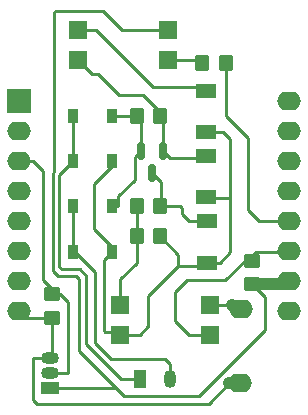
<source format=gbr>
%TF.GenerationSoftware,KiCad,Pcbnew,(6.0.4)*%
%TF.CreationDate,2022-03-20T22:01:37+01:00*%
%TF.ProjectId,opentherm,6f70656e-7468-4657-926d-2e6b69636164,rev?*%
%TF.SameCoordinates,Original*%
%TF.FileFunction,Copper,L1,Top*%
%TF.FilePolarity,Positive*%
%FSLAX46Y46*%
G04 Gerber Fmt 4.6, Leading zero omitted, Abs format (unit mm)*
G04 Created by KiCad (PCBNEW (6.0.4)) date 2022-03-20 22:01:37*
%MOMM*%
%LPD*%
G01*
G04 APERTURE LIST*
G04 Aperture macros list*
%AMRoundRect*
0 Rectangle with rounded corners*
0 $1 Rounding radius*
0 $2 $3 $4 $5 $6 $7 $8 $9 X,Y pos of 4 corners*
0 Add a 4 corners polygon primitive as box body*
4,1,4,$2,$3,$4,$5,$6,$7,$8,$9,$2,$3,0*
0 Add four circle primitives for the rounded corners*
1,1,$1+$1,$2,$3*
1,1,$1+$1,$4,$5*
1,1,$1+$1,$6,$7*
1,1,$1+$1,$8,$9*
0 Add four rect primitives between the rounded corners*
20,1,$1+$1,$2,$3,$4,$5,0*
20,1,$1+$1,$4,$5,$6,$7,0*
20,1,$1+$1,$6,$7,$8,$9,0*
20,1,$1+$1,$8,$9,$2,$3,0*%
G04 Aperture macros list end*
%TA.AperFunction,ComponentPad*%
%ADD10O,2.000000X1.600000*%
%TD*%
%TA.AperFunction,ComponentPad*%
%ADD11R,2.000000X2.000000*%
%TD*%
%TA.AperFunction,SMDPad,CuDef*%
%ADD12R,1.600000X1.600000*%
%TD*%
%TA.AperFunction,ComponentPad*%
%ADD13R,1.500000X1.050000*%
%TD*%
%TA.AperFunction,ComponentPad*%
%ADD14O,1.500000X1.050000*%
%TD*%
%TA.AperFunction,SMDPad,CuDef*%
%ADD15RoundRect,0.250000X-0.450000X0.350000X-0.450000X-0.350000X0.450000X-0.350000X0.450000X0.350000X0*%
%TD*%
%TA.AperFunction,SMDPad,CuDef*%
%ADD16RoundRect,0.250000X-0.350000X-0.450000X0.350000X-0.450000X0.350000X0.450000X-0.350000X0.450000X0*%
%TD*%
%TA.AperFunction,SMDPad,CuDef*%
%ADD17RoundRect,0.250000X0.450000X-0.350000X0.450000X0.350000X-0.450000X0.350000X-0.450000X-0.350000X0*%
%TD*%
%TA.AperFunction,SMDPad,CuDef*%
%ADD18RoundRect,0.250000X0.350000X0.450000X-0.350000X0.450000X-0.350000X-0.450000X0.350000X-0.450000X0*%
%TD*%
%TA.AperFunction,ComponentPad*%
%ADD19R,1.050000X1.500000*%
%TD*%
%TA.AperFunction,ComponentPad*%
%ADD20O,1.050000X1.500000*%
%TD*%
%TA.AperFunction,SMDPad,CuDef*%
%ADD21RoundRect,0.150000X-0.150000X0.587500X-0.150000X-0.587500X0.150000X-0.587500X0.150000X0.587500X0*%
%TD*%
%TA.AperFunction,SMDPad,CuDef*%
%ADD22R,0.900000X1.200000*%
%TD*%
%TA.AperFunction,SMDPad,CuDef*%
%ADD23R,1.700000X1.300000*%
%TD*%
%TA.AperFunction,Conductor*%
%ADD24C,0.250000*%
%TD*%
%TA.AperFunction,Conductor*%
%ADD25C,1.000000*%
%TD*%
G04 APERTURE END LIST*
D10*
%TO.P,,001,D4*%
%TO.N,VCC*%
X114540613Y-74760164D03*
%TD*%
%TO.P,,001,D4*%
%TO.N,VCC*%
X114472679Y-80959154D03*
%TD*%
%TO.P,U3,16,TX*%
%TO.N,unconnected-(U3-Pad16)*%
X118595000Y-57150000D03*
%TO.P,U3,15,RX*%
%TO.N,unconnected-(U3-Pad15)*%
X118595000Y-59690000D03*
%TO.P,U3,14,SCL/D1*%
%TO.N,unconnected-(U3-Pad14)*%
X118595000Y-62230000D03*
%TO.P,U3,13,SDA/D2*%
%TO.N,unconnected-(U3-Pad13)*%
X118595000Y-64770000D03*
%TO.P,U3,12,D3*%
%TO.N,in*%
X118595000Y-67310000D03*
%TO.P,U3,11,D4*%
%TO.N,out*%
X118595000Y-69850000D03*
%TO.P,U3,10,GND*%
%TO.N,GND*%
X118595000Y-72390000D03*
%TO.P,U3,9,5V*%
%TO.N,unconnected-(U3-Pad9)*%
X118595000Y-74930000D03*
%TO.P,U3,8,3V3*%
%TO.N,VCC*%
X95735000Y-74930000D03*
%TO.P,U3,7,CS/D8*%
%TO.N,unconnected-(U3-Pad7)*%
X95735000Y-72390000D03*
%TO.P,U3,6,MOSI/D7*%
%TO.N,unconnected-(U3-Pad6)*%
X95735000Y-69850000D03*
%TO.P,U3,5,MISO/D6*%
%TO.N,unconnected-(U3-Pad5)*%
X95735000Y-67310000D03*
%TO.P,U3,4,SCK/D5*%
%TO.N,unconnected-(U3-Pad4)*%
X95735000Y-64770000D03*
%TO.P,U3,3,D0*%
%TO.N,Net-(18B20-Pad2)*%
X95735000Y-62230000D03*
%TO.P,U3,2,A0*%
%TO.N,unconnected-(U3-Pad2)*%
X95735000Y-59690000D03*
D11*
%TO.P,U3,1,~{RST}*%
%TO.N,unconnected-(U3-Pad1)*%
X95735000Y-57150000D03*
%TD*%
D12*
%TO.P,U2,1*%
%TO.N,Net-(R2-Pad2)*%
X104315124Y-74343505D03*
%TO.P,U2,2*%
%TO.N,Net-(D3-Pad1)*%
X104315124Y-76883505D03*
%TO.P,U2,3*%
%TO.N,out*%
X111935124Y-76883505D03*
%TO.P,U2,4*%
%TO.N,VCC*%
X111935124Y-74343505D03*
%TD*%
D13*
%TO.P,18B20,1,Pin_1*%
%TO.N,GND*%
X98348232Y-81437327D03*
D14*
%TO.P,18B20,2,Pin_2*%
%TO.N,Net-(18B20-Pad2)*%
X98348232Y-80167327D03*
%TO.P,18B20,3,Pin_3*%
%TO.N,VCC*%
X98348232Y-78897327D03*
%TD*%
D15*
%TO.P,R6,1*%
%TO.N,Net-(18B20-Pad2)*%
X98533673Y-73460654D03*
%TO.P,R6,2*%
%TO.N,VCC*%
X98533673Y-75460654D03*
%TD*%
D16*
%TO.P,R5,1*%
%TO.N,Net-(R5-Pad1)*%
X111252123Y-53908548D03*
%TO.P,R5,2*%
%TO.N,in*%
X113252123Y-53908548D03*
%TD*%
D17*
%TO.P,R4,1*%
%TO.N,GND*%
X115410498Y-72626621D03*
%TO.P,R4,2*%
%TO.N,out*%
X115410498Y-70626621D03*
%TD*%
D16*
%TO.P,R3,1*%
%TO.N,Net-(R2-Pad2)*%
X105680000Y-68580000D03*
%TO.P,R3,2*%
%TO.N,Net-(D3-Pad1)*%
X107680000Y-68580000D03*
%TD*%
D18*
%TO.P,R2,1*%
%TO.N,Net-(D5-Pad1)*%
X107680000Y-66040000D03*
%TO.P,R2,2*%
%TO.N,Net-(R2-Pad2)*%
X105680000Y-66040000D03*
%TD*%
D16*
%TO.P,R1,1*%
%TO.N,Net-(D1-Pad1)*%
X105680000Y-58420000D03*
%TO.P,R1,2*%
%TO.N,Net-(D6-Pad1)*%
X107680000Y-58420000D03*
%TD*%
D19*
%TO.P,J1,1,Pin_1*%
%TO.N,ot1*%
X105946985Y-80619402D03*
D20*
%TO.P,J1,2,Pin_2*%
%TO.N,ot2*%
X108486985Y-80619402D03*
%TD*%
D12*
%TO.P,U1,1*%
%TO.N,Net-(R5-Pad1)*%
X108304893Y-53650030D03*
%TO.P,U1,2*%
%TO.N,GND*%
X108304893Y-51110030D03*
%TO.P,U1,3*%
%TO.N,Net-(D7-Pad1)*%
X100684893Y-51110030D03*
%TO.P,U1,4*%
%TO.N,Net-(D6-Pad1)*%
X100684893Y-53650030D03*
%TD*%
D21*
%TO.P,Q1,1,B*%
%TO.N,Net-(D6-Pad1)*%
X107927248Y-61325447D03*
%TO.P,Q1,2,E*%
%TO.N,Net-(D1-Pad1)*%
X106027248Y-61325447D03*
%TO.P,Q1,3,C*%
%TO.N,Net-(D5-Pad1)*%
X106977248Y-63200447D03*
%TD*%
D22*
%TO.P,D3,1,K*%
%TO.N,Net-(D3-Pad1)*%
X103618324Y-62195613D03*
%TO.P,D3,2,A*%
%TO.N,ot1*%
X100318324Y-62195613D03*
%TD*%
D23*
%TO.P,D5,1,K*%
%TO.N,Net-(D5-Pad1)*%
X111614678Y-67285936D03*
%TO.P,D5,2,A*%
%TO.N,Net-(D3-Pad1)*%
X111614678Y-70785936D03*
%TD*%
D22*
%TO.P,D4,1,K*%
%TO.N,Net-(D3-Pad1)*%
X103608828Y-69864819D03*
%TO.P,D4,2,A*%
%TO.N,ot2*%
X100308828Y-69864819D03*
%TD*%
D23*
%TO.P,D6,1,K*%
%TO.N,Net-(D6-Pad1)*%
X111572062Y-61750000D03*
%TO.P,D6,2,A*%
%TO.N,Net-(D3-Pad1)*%
X111572062Y-65250000D03*
%TD*%
%TO.P,D7,1,K*%
%TO.N,Net-(D7-Pad1)*%
X111526076Y-56247334D03*
%TO.P,D7,2,A*%
%TO.N,Net-(D3-Pad1)*%
X111526076Y-59747334D03*
%TD*%
D22*
%TO.P,D1,1,K*%
%TO.N,Net-(D1-Pad1)*%
X103608828Y-58420000D03*
%TO.P,D1,2,A*%
%TO.N,ot1*%
X100308828Y-58420000D03*
%TD*%
%TO.P,D2,1,K*%
%TO.N,Net-(D1-Pad1)*%
X103608828Y-66040000D03*
%TO.P,D2,2,A*%
%TO.N,ot2*%
X100308828Y-66040000D03*
%TD*%
D24*
%TO.N,GND*%
X116544670Y-76495330D02*
X116544670Y-73741152D01*
X115430139Y-72626621D02*
X115410498Y-72626621D01*
X110943030Y-82096970D02*
X116544670Y-76495330D01*
X104608971Y-82096970D02*
X110943030Y-82096970D01*
X104366955Y-81854954D02*
X104608971Y-82096970D01*
X116544670Y-73741152D02*
X115430139Y-72626621D01*
%TO.N,VCC*%
X96940904Y-78912557D02*
X96956134Y-78897327D01*
X96956134Y-78897327D02*
X98348232Y-78897327D01*
X97272082Y-82733852D02*
X96940904Y-82402674D01*
X96940904Y-82402674D02*
X96940904Y-78912557D01*
X113525325Y-81001532D02*
X111793005Y-82733852D01*
X111793005Y-82733852D02*
X97272082Y-82733852D01*
D25*
X114289585Y-81001532D02*
X113525325Y-81001532D01*
D24*
X111935124Y-74343505D02*
X113745631Y-74343505D01*
D25*
X113745631Y-74343505D02*
X114289585Y-74887459D01*
D24*
%TO.N,GND*%
X103949328Y-81437327D02*
X104366955Y-81854954D01*
X98348232Y-81437327D02*
X103949328Y-81437327D01*
X100787675Y-78275674D02*
X104366955Y-81854954D01*
%TO.N,Net-(18B20-Pad2)*%
X96944670Y-62230000D02*
X95735000Y-62230000D01*
X97756114Y-72288979D02*
X97756114Y-63092394D01*
X97756114Y-63092394D02*
X97781589Y-63066919D01*
X98533673Y-73066538D02*
X97756114Y-72288979D01*
X97781589Y-63066919D02*
X96944670Y-62230000D01*
X99233493Y-73460654D02*
X98533673Y-73460654D01*
X99870564Y-74097725D02*
X99233493Y-73460654D01*
X98380188Y-80135371D02*
X99870564Y-80135371D01*
X99870564Y-80135371D02*
X99870564Y-74097725D01*
%TO.N,VCC*%
X98533673Y-78711886D02*
X98533673Y-75460654D01*
%TO.N,out*%
X110086160Y-76925483D02*
X111893146Y-76925483D01*
X108888821Y-75728144D02*
X110086160Y-76925483D01*
X108888821Y-73307991D02*
X108888821Y-75728144D01*
X109907833Y-72288979D02*
X108888821Y-73307991D01*
X113194146Y-72288979D02*
X109907833Y-72288979D01*
X114856504Y-70626621D02*
X113194146Y-72288979D01*
D25*
%TO.N,GND*%
X115410498Y-72626621D02*
X118358379Y-72626621D01*
D24*
X100787675Y-76798669D02*
X100787675Y-78275674D01*
X100788237Y-76798107D02*
X100787675Y-76798669D01*
X100788237Y-72174340D02*
X100788237Y-76798107D01*
X100520746Y-71906849D02*
X100788237Y-72174340D01*
X98992228Y-71906849D02*
X100520746Y-71906849D01*
X98571886Y-71486507D02*
X98992228Y-71906849D01*
X98571886Y-63232509D02*
X98571886Y-71486507D01*
X98686525Y-63117870D02*
X98571886Y-63232509D01*
X98686525Y-49628697D02*
X98686525Y-63117870D01*
X98801163Y-49514059D02*
X98686525Y-49628697D01*
X102854059Y-49514059D02*
X98801163Y-49514059D01*
X104450030Y-51110030D02*
X102854059Y-49514059D01*
X108304893Y-51110030D02*
X104450030Y-51110030D01*
%TO.N,out*%
X115792627Y-69868825D02*
X115410498Y-70250954D01*
X118576175Y-69868825D02*
X115792627Y-69868825D01*
%TO.N,Net-(D5-Pad1)*%
X109390797Y-66040000D02*
X107680000Y-66040000D01*
X109551178Y-66709887D02*
X109551178Y-66200381D01*
X110127227Y-67285936D02*
X109551178Y-66709887D01*
X109551178Y-66200381D02*
X109390797Y-66040000D01*
X111614678Y-67285936D02*
X110127227Y-67285936D01*
%TO.N,Net-(D3-Pad1)*%
X111638338Y-65316276D02*
X113576276Y-65316276D01*
X113576276Y-65316276D02*
X113576276Y-69919775D01*
X113576276Y-60315586D02*
X113576276Y-65316276D01*
X113008024Y-59747334D02*
X113576276Y-60315586D01*
X113576276Y-69919775D02*
X112710115Y-70785936D01*
X112710115Y-70785936D02*
X111614678Y-70785936D01*
X111526076Y-59747334D02*
X113008024Y-59747334D01*
%TO.N,in*%
X115118094Y-66365971D02*
X115118094Y-60213686D01*
X115118094Y-60213686D02*
X113252123Y-58347715D01*
X116062123Y-67310000D02*
X115118094Y-66365971D01*
X113252123Y-58347715D02*
X113252123Y-53908548D01*
X118595000Y-67310000D02*
X116062123Y-67310000D01*
%TO.N,ot1*%
X99145080Y-63368857D02*
X100318324Y-62195613D01*
X99145080Y-71142590D02*
X99145080Y-63368857D01*
X99374358Y-71371868D02*
X99145080Y-71142590D01*
X100864663Y-71371868D02*
X99374358Y-71371868D01*
X101399644Y-71906849D02*
X100864663Y-71371868D01*
X101399644Y-77677005D02*
X101399644Y-71906849D01*
X104342041Y-80619402D02*
X101399644Y-77677005D01*
X105946985Y-80619402D02*
X104342041Y-80619402D01*
%TO.N,ot2*%
X102125690Y-71562933D02*
X100427576Y-69864819D01*
X102125690Y-77562366D02*
X102125690Y-71562933D01*
X103501356Y-78938032D02*
X102125690Y-77562366D01*
X108048697Y-78938032D02*
X103501356Y-78938032D01*
X108507253Y-79396588D02*
X108048697Y-78938032D01*
X108507253Y-80599134D02*
X108507253Y-79396588D01*
%TO.N,VCC*%
X96265654Y-75460654D02*
X98533673Y-75460654D01*
%TO.N,Net-(R5-Pad1)*%
X110993605Y-53650030D02*
X108304893Y-53650030D01*
%TO.N,Net-(D7-Pad1)*%
X102269569Y-51110030D02*
X100684893Y-51110030D01*
X107093374Y-55933835D02*
X102269569Y-51110030D01*
X111212577Y-55933835D02*
X107093374Y-55933835D01*
%TO.N,Net-(D6-Pad1)*%
X102393181Y-54825659D02*
X101860522Y-54825659D01*
X107680000Y-58010766D02*
X106252689Y-56583455D01*
X106252689Y-56583455D02*
X104150977Y-56583455D01*
X104150977Y-56583455D02*
X102393181Y-54825659D01*
X101860522Y-54825659D02*
X100684893Y-53650030D01*
%TO.N,Net-(D3-Pad1)*%
X102889949Y-70583698D02*
X103608828Y-69864819D01*
X102889949Y-76607042D02*
X102889949Y-70583698D01*
X104115087Y-76683468D02*
X102966375Y-76683468D01*
X102966375Y-76683468D02*
X102889949Y-76607042D01*
X105996495Y-76883505D02*
X104315124Y-76883505D01*
X106680000Y-73660000D02*
X106680000Y-76200000D01*
X106680000Y-76200000D02*
X105996495Y-76883505D01*
X109220000Y-71120000D02*
X106680000Y-73660000D01*
X109220000Y-71120000D02*
X111052726Y-71120000D01*
%TO.N,Net-(R2-Pad2)*%
X104315124Y-72201257D02*
X104315124Y-74343505D01*
X105680000Y-70836381D02*
X104315124Y-72201257D01*
X105680000Y-68580000D02*
X105680000Y-70836381D01*
X105680000Y-68580000D02*
X105680000Y-66040000D01*
%TO.N,Net-(D3-Pad1)*%
X102049264Y-64149620D02*
X103618324Y-62580560D01*
X102049264Y-67932702D02*
X102049264Y-64149620D01*
X103608828Y-69492266D02*
X102049264Y-67932702D01*
%TO.N,ot2*%
X100308828Y-66040000D02*
X100308828Y-69864819D01*
%TO.N,ot1*%
X100318324Y-58429496D02*
X100318324Y-62195613D01*
%TO.N,Net-(D1-Pad1)*%
X104140000Y-65154133D02*
X104140000Y-66040000D01*
X105526643Y-63767490D02*
X104140000Y-65154133D01*
X104140000Y-66040000D02*
X103608828Y-66040000D01*
X105526643Y-61826052D02*
X105526643Y-63767490D01*
X106027248Y-61325447D02*
X105526643Y-61826052D01*
X105680000Y-58420000D02*
X103608828Y-58420000D01*
X106027248Y-58767248D02*
X106027248Y-61325447D01*
%TO.N,Net-(D6-Pad1)*%
X107927248Y-61325447D02*
X107927248Y-58667248D01*
X108496857Y-61895056D02*
X107927248Y-61325447D01*
X111213009Y-61895056D02*
X108496857Y-61895056D01*
%TO.N,Net-(D5-Pad1)*%
X107704781Y-63927980D02*
X106977248Y-63200447D01*
X107704781Y-66015219D02*
X107704781Y-63927980D01*
%TO.N,Net-(D3-Pad1)*%
X107680000Y-68580000D02*
X109220000Y-70120000D01*
X109220000Y-70120000D02*
X109220000Y-71120000D01*
%TD*%
M02*

</source>
